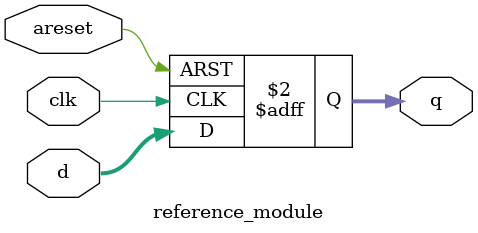
<source format=sv>
module reference_module(
	input clk,
	input [7:0] d,
	input areset,
	output reg [7:0] q);
	
	always @(posedge clk, posedge areset)
		if (areset)
			q <= 0;
		else
			q <= d;
	
endmodule

</source>
